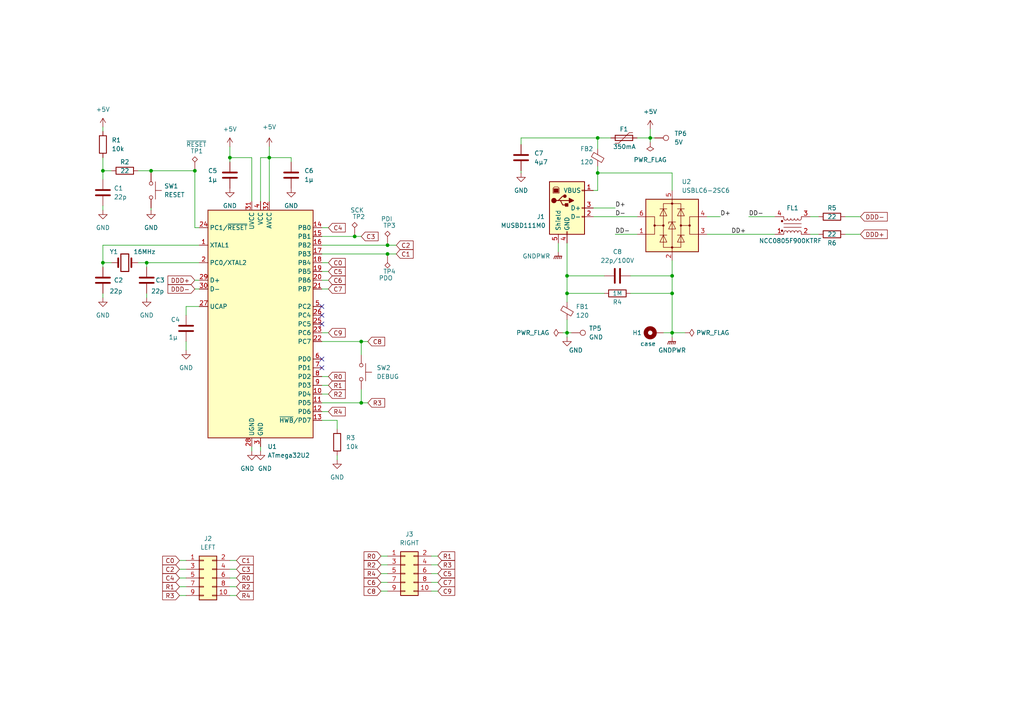
<source format=kicad_sch>
(kicad_sch (version 20211123) (generator eeschema)
  (paper "A4")
  (lib_symbols
    (symbol "Connector:TestPoint" (pin_numbers hide) (pin_names (offset 0.762) hide)
      (property "Reference" "TP" (at 0 6.858 0))
      (property "Value" "TestPoint" (at 0 5.08 0))
      (symbol "TestPoint_0_1"
        (circle (center 0 3.302) (radius 0.762))
      )
      (symbol "TestPoint_1_1"
        (pin passive line (at 0 0 90) (length 2.54) (name "1") (number "1"))
      )
    )
    (symbol "Connector:TestPoint_Alt" (pin_numbers hide) (pin_names (offset 0.762) hide)
      (property "Reference" "TP" (at 0 6.858 0))
      (property "Value" "TestPoint_Alt" (at 0 5.08 0))
      (symbol "TestPoint_Alt_0_1"
        (polyline (pts (xy 0 2.54) (xy -0.762 3.302) (xy 0 4.064) (xy 0.762 3.302) (xy 0 2.54)))
      )
      (symbol "TestPoint_Alt_1_1"
        (pin passive line (at 0 0 90) (length 2.54) (name "1") (number "1"))
      )
    )
    (symbol "Connector:USB_B" (pin_names (offset 1.016))
      (property "Reference" "J" (at -5.08 11.43 0))
      (property "Value" "USB_B" (at -5.08 8.89 0))
      (symbol "USB_B_0_1"
        (rectangle (start -5.08 -7.62) (end 5.08 7.62) (stroke (width 0.254)) (fill (type background)))
        (circle (center -3.81 2.159) (radius 0.635) (stroke (width 0.254)) (fill (type outline)))
        (rectangle (start -3.81 5.588) (end -2.54 4.572) (fill (type outline)))
        (circle (center -0.635 3.429) (radius 0.381) (stroke (width 0.254)) (fill (type outline)))
        (rectangle (start -0.127 -7.62) (end 0.127 -6.858))
        (polyline (pts (xy -1.905 2.159) (xy 0.635 2.159)) (stroke (width 0.254)))
        (polyline (pts (xy -3.175 2.159) (xy -2.54 2.159) (xy -1.27 3.429) (xy -0.635 3.429)) (stroke (width 0.254)))
        (polyline (pts (xy -2.54 2.159) (xy -1.905 2.159) (xy -1.27 0.889) (xy 0 0.889)) (stroke (width 0.254)))
        (polyline (pts (xy 0.635 2.794) (xy 0.635 1.524) (xy 1.905 2.159) (xy 0.635 2.794)) (stroke (width 0.254)) (fill (type outline)))
        (polyline (pts (xy -4.064 4.318) (xy -2.286 4.318) (xy -2.286 5.715) (xy -2.667 6.096) (xy -3.683 6.096) (xy -4.064 5.715) (xy -4.064 4.318)))
        (rectangle (start 0.254 1.27) (end -0.508 0.508) (stroke (width 0.254)) (fill (type outline)))
        (rectangle (start 5.08 -2.667) (end 4.318 -2.413))
        (rectangle (start 5.08 -0.127) (end 4.318 0.127))
        (rectangle (start 5.08 4.953) (end 4.318 5.207))
      )
      (symbol "USB_B_1_1"
        (pin power_out line (at 7.62 5.08 180) (length 2.54) (name "VBUS") (number "1"))
        (pin bidirectional line (at 7.62 -2.54 180) (length 2.54) (name "D-") (number "2"))
        (pin bidirectional line (at 7.62 0 180) (length 2.54) (name "D+") (number "3"))
        (pin power_out line (at 0 -10.16 90) (length 2.54) (name "GND") (number "4"))
        (pin passive line (at -2.54 -10.16 90) (length 2.54) (name "Shield") (number "5"))
      )
    )
    (symbol "Connector_Generic:Conn_02x05_Odd_Even" (pin_names (offset 1.016) hide)
      (property "Reference" "J" (at 1.27 7.62 0))
      (property "Value" "Conn_02x05_Odd_Even" (at 1.27 -7.62 0))
      (symbol "Conn_02x05_Odd_Even_1_1"
        (rectangle (start -1.27 -4.953) (end 0 -5.207) (stroke (width 0.1524)))
        (rectangle (start -1.27 -2.413) (end 0 -2.667) (stroke (width 0.1524)))
        (rectangle (start -1.27 0.127) (end 0 -0.127) (stroke (width 0.1524)))
        (rectangle (start -1.27 2.667) (end 0 2.413) (stroke (width 0.1524)))
        (rectangle (start -1.27 5.207) (end 0 4.953) (stroke (width 0.1524)))
        (rectangle (start -1.27 6.35) (end 3.81 -6.35) (stroke (width 0.254)) (fill (type background)))
        (rectangle (start 3.81 -4.953) (end 2.54 -5.207) (stroke (width 0.1524)))
        (rectangle (start 3.81 -2.413) (end 2.54 -2.667) (stroke (width 0.1524)))
        (rectangle (start 3.81 0.127) (end 2.54 -0.127) (stroke (width 0.1524)))
        (rectangle (start 3.81 2.667) (end 2.54 2.413) (stroke (width 0.1524)))
        (rectangle (start 3.81 5.207) (end 2.54 4.953) (stroke (width 0.1524)))
        (pin passive line (at -5.08 5.08 0) (length 3.81) (name "Pin_1") (number "1"))
        (pin passive line (at 7.62 -5.08 180) (length 3.81) (name "Pin_10") (number "10"))
        (pin passive line (at 7.62 5.08 180) (length 3.81) (name "Pin_2") (number "2"))
        (pin passive line (at -5.08 2.54 0) (length 3.81) (name "Pin_3") (number "3"))
        (pin passive line (at 7.62 2.54 180) (length 3.81) (name "Pin_4") (number "4"))
        (pin passive line (at -5.08 0 0) (length 3.81) (name "Pin_5") (number "5"))
        (pin passive line (at 7.62 0 180) (length 3.81) (name "Pin_6") (number "6"))
        (pin passive line (at -5.08 -2.54 0) (length 3.81) (name "Pin_7") (number "7"))
        (pin passive line (at 7.62 -2.54 180) (length 3.81) (name "Pin_8") (number "8"))
        (pin passive line (at -5.08 -5.08 0) (length 3.81) (name "Pin_9") (number "9"))
      )
    )
    (symbol "Device:C" (pin_numbers hide) (pin_names (offset 0.254))
      (property "Reference" "C" (at 0.635 2.54 0))
      (property "Value" "C" (at 0.635 -2.54 0))
      (symbol "C_0_1"
        (polyline (pts (xy -2.032 -0.762) (xy 2.032 -0.762)) (stroke (width 0.508)))
        (polyline (pts (xy -2.032 0.762) (xy 2.032 0.762)) (stroke (width 0.508)))
      )
      (symbol "C_1_1"
        (pin passive line (at 0 3.81 270) (length 2.794) (name "~") (number "1"))
        (pin passive line (at 0 -3.81 90) (length 2.794) (name "~") (number "2"))
      )
    )
    (symbol "Device:Crystal" (pin_numbers hide) (pin_names (offset 1.016) hide)
      (property "Reference" "Y" (at 0 3.81 0))
      (property "Value" "Crystal" (at 0 -3.81 0))
      (symbol "Crystal_0_1"
        (rectangle (start -1.143 2.54) (end 1.143 -2.54) (stroke (width 0.3048)))
        (polyline (pts (xy -2.54 0) (xy -1.905 0)))
        (polyline (pts (xy -1.905 -1.27) (xy -1.905 1.27)) (stroke (width 0.508)))
        (polyline (pts (xy 1.905 -1.27) (xy 1.905 1.27)) (stroke (width 0.508)))
        (polyline (pts (xy 2.54 0) (xy 1.905 0)))
      )
      (symbol "Crystal_1_1"
        (pin passive line (at -3.81 0 0) (length 1.27) (name "1") (number "1"))
        (pin passive line (at 3.81 0 180) (length 1.27) (name "2") (number "2"))
      )
    )
    (symbol "Device:FerriteBead_Small" (pin_numbers hide) (pin_names (offset 0))
      (property "Reference" "FB" (at 1.905 1.27 0))
      (property "Value" "FerriteBead_Small" (at 1.905 -1.27 0))
      (symbol "FerriteBead_Small_0_1"
        (polyline (pts (xy 0 -1.27) (xy 0 -0.7874)))
        (polyline (pts (xy 0 0.889) (xy 0 1.2954)))
        (polyline (pts (xy -1.8288 0.2794) (xy -1.1176 1.4986) (xy 1.8288 -0.2032) (xy 1.1176 -1.4224) (xy -1.8288 0.2794)))
      )
      (symbol "FerriteBead_Small_1_1"
        (pin passive line (at 0 2.54 270) (length 1.27) (name "~") (number "1"))
        (pin passive line (at 0 -2.54 90) (length 1.27) (name "~") (number "2"))
      )
    )
    (symbol "Device:Polyfuse" (pin_numbers hide) (pin_names (offset 0))
      (property "Reference" "F" (at -2.54 0 90))
      (property "Value" "Polyfuse" (at 2.54 0 90))
      (symbol "Polyfuse_0_1"
        (rectangle (start -0.762 2.54) (end 0.762 -2.54) (stroke (width 0.254)))
        (polyline (pts (xy 0 2.54) (xy 0 -2.54)))
        (polyline (pts (xy -1.524 2.54) (xy -1.524 1.524) (xy 1.524 -1.524) (xy 1.524 -2.54)))
      )
      (symbol "Polyfuse_1_1"
        (pin passive line (at 0 3.81 270) (length 1.27) (name "~") (number "1"))
        (pin passive line (at 0 -3.81 90) (length 1.27) (name "~") (number "2"))
      )
    )
    (symbol "Device:R" (pin_numbers hide) (pin_names (offset 0))
      (property "Reference" "R" (at 2.032 0 90))
      (property "Value" "R" (at 0 0 90))
      (symbol "R_0_1"
        (rectangle (start -1.016 -2.54) (end 1.016 2.54) (stroke (width 0.254)))
      )
      (symbol "R_1_1"
        (pin passive line (at 0 3.81 270) (length 1.27) (name "~") (number "1"))
        (pin passive line (at 0 -3.81 90) (length 1.27) (name "~") (number "2"))
      )
    )
    (symbol "MCU_Microchip_ATmega:ATmega32U2-A"
      (property "Reference" "U" (at -15.24 34.29 0))
      (property "Value" "ATmega32U2-A" (at 2.54 -34.29 0))
      (symbol "ATmega32U2-A_0_1"
        (rectangle (start -15.24 -33.02) (end 15.24 33.02) (stroke (width 0.254)) (fill (type background)))
      )
      (symbol "ATmega32U2-A_1_1"
        (pin input line (at -17.78 22.86 0) (length 2.54) (name "XTAL1") (number "1"))
        (pin bidirectional line (at 17.78 -20.32 180) (length 2.54) (name "PD4") (number "10"))
        (pin bidirectional line (at 17.78 -22.86 180) (length 2.54) (name "PD5") (number "11"))
        (pin bidirectional line (at 17.78 -25.4 180) (length 2.54) (name "PD6") (number "12"))
        (pin bidirectional line (at 17.78 -27.94 180) (length 2.54) (name "~{HWB}/PD7") (number "13"))
        (pin bidirectional line (at 17.78 27.94 180) (length 2.54) (name "PB0") (number "14"))
        (pin bidirectional line (at 17.78 25.4 180) (length 2.54) (name "PB1") (number "15"))
        (pin bidirectional line (at 17.78 22.86 180) (length 2.54) (name "PB2") (number "16"))
        (pin bidirectional line (at 17.78 20.32 180) (length 2.54) (name "PB3") (number "17"))
        (pin bidirectional line (at 17.78 17.78 180) (length 2.54) (name "PB4") (number "18"))
        (pin bidirectional line (at 17.78 15.24 180) (length 2.54) (name "PB5") (number "19"))
        (pin bidirectional line (at -17.78 17.78 0) (length 2.54) (name "PC0/XTAL2") (number "2"))
        (pin bidirectional line (at 17.78 12.7 180) (length 2.54) (name "PB6") (number "20"))
        (pin bidirectional line (at 17.78 10.16 180) (length 2.54) (name "PB7") (number "21"))
        (pin bidirectional line (at 17.78 -5.08 180) (length 2.54) (name "PC7") (number "22"))
        (pin bidirectional line (at 17.78 -2.54 180) (length 2.54) (name "PC6") (number "23"))
        (pin bidirectional line (at -17.78 27.94 0) (length 2.54) (name "PC1/~{RESET}") (number "24"))
        (pin bidirectional line (at 17.78 0 180) (length 2.54) (name "PC5") (number "25"))
        (pin bidirectional line (at 17.78 2.54 180) (length 2.54) (name "PC4") (number "26"))
        (pin passive line (at -17.78 5.08 0) (length 2.54) (name "UCAP") (number "27"))
        (pin power_in line (at -2.54 -35.56 90) (length 2.54) (name "UGND") (number "28"))
        (pin bidirectional line (at -17.78 12.7 0) (length 2.54) (name "D+") (number "29"))
        (pin power_in line (at 0 -35.56 90) (length 2.54) (name "GND") (number "3"))
        (pin bidirectional line (at -17.78 10.16 0) (length 2.54) (name "D-") (number "30"))
        (pin power_in line (at -2.54 35.56 270) (length 2.54) (name "UVCC") (number "31"))
        (pin power_in line (at 2.54 35.56 270) (length 2.54) (name "AVCC") (number "32"))
        (pin power_in line (at 0 35.56 270) (length 2.54) (name "VCC") (number "4"))
        (pin bidirectional line (at 17.78 5.08 180) (length 2.54) (name "PC2") (number "5"))
        (pin bidirectional line (at 17.78 -10.16 180) (length 2.54) (name "PD0") (number "6"))
        (pin bidirectional line (at 17.78 -12.7 180) (length 2.54) (name "PD1") (number "7"))
        (pin bidirectional line (at 17.78 -15.24 180) (length 2.54) (name "PD2") (number "8"))
        (pin bidirectional line (at 17.78 -17.78 180) (length 2.54) (name "PD3") (number "9"))
      )
    )
    (symbol "Mechanical:MountingHole_Pad" (pin_numbers hide) (pin_names (offset 1.016) hide)
      (property "Reference" "H" (at 0 6.35 0))
      (property "Value" "MountingHole_Pad" (at 0 4.445 0))
      (symbol "MountingHole_Pad_0_1"
        (circle (center 0 1.27) (radius 1.27) (stroke (width 1.27)))
      )
      (symbol "MountingHole_Pad_1_1"
        (pin input line (at 0 -2.54 90) (length 2.54) (name "1") (number "1"))
      )
    )
    (symbol "Power_Protection:USBLC6-2SC6" (pin_names hide)
      (property "Reference" "U" (at 2.54 8.89 0))
      (property "Value" "USBLC6-2SC6" (at 2.54 -8.89 0))
      (symbol "USBLC6-2SC6_0_1"
        (rectangle (start -7.62 -7.62) (end 7.62 7.62) (stroke (width 0.254)) (fill (type background)))
        (circle (center -5.08 0) (radius 0.254) (fill (type outline)))
        (circle (center -2.54 0) (radius 0.254) (fill (type outline)))
        (rectangle (start -2.54 6.35) (end 2.54 -6.35))
        (circle (center 0 -6.35) (radius 0.254) (fill (type outline)))
        (polyline (pts (xy -5.08 -2.54) (xy -7.62 -2.54)))
        (polyline (pts (xy -5.08 0) (xy -5.08 -2.54)))
        (polyline (pts (xy -5.08 2.54) (xy -7.62 2.54)))
        (polyline (pts (xy -1.524 -2.794) (xy -3.556 -2.794)))
        (polyline (pts (xy -1.524 4.826) (xy -3.556 4.826)))
        (polyline (pts (xy 0 -7.62) (xy 0 -6.35)))
        (polyline (pts (xy 0 -6.35) (xy 0 1.27)))
        (polyline (pts (xy 0 1.27) (xy 0 6.35)))
        (polyline (pts (xy 0 6.35) (xy 0 7.62)))
        (polyline (pts (xy 1.524 -2.794) (xy 3.556 -2.794)))
        (polyline (pts (xy 1.524 4.826) (xy 3.556 4.826)))
        (polyline (pts (xy 5.08 -2.54) (xy 7.62 -2.54)))
        (polyline (pts (xy 5.08 0) (xy 5.08 -2.54)))
        (polyline (pts (xy 5.08 2.54) (xy 7.62 2.54)))
        (polyline (pts (xy -2.54 0) (xy -5.08 0) (xy -5.08 2.54)))
        (polyline (pts (xy 2.54 0) (xy 5.08 0) (xy 5.08 2.54)))
        (polyline (pts (xy -3.556 -4.826) (xy -1.524 -4.826) (xy -2.54 -2.794) (xy -3.556 -4.826)))
        (polyline (pts (xy -3.556 2.794) (xy -1.524 2.794) (xy -2.54 4.826) (xy -3.556 2.794)))
        (polyline (pts (xy -1.016 -1.016) (xy 1.016 -1.016) (xy 0 1.016) (xy -1.016 -1.016)))
        (polyline (pts (xy 1.016 1.016) (xy 0.762 1.016) (xy -1.016 1.016) (xy -1.016 0.508)))
        (polyline (pts (xy 3.556 -4.826) (xy 1.524 -4.826) (xy 2.54 -2.794) (xy 3.556 -4.826)))
        (polyline (pts (xy 3.556 2.794) (xy 1.524 2.794) (xy 2.54 4.826) (xy 3.556 2.794)))
        (circle (center 0 6.35) (radius 0.254) (fill (type outline)))
        (circle (center 2.54 0) (radius 0.254) (fill (type outline)))
        (circle (center 5.08 0) (radius 0.254) (fill (type outline)))
      )
      (symbol "USBLC6-2SC6_1_1"
        (pin passive line (at -10.16 -2.54 0) (length 2.54) (name "I/O1") (number "1"))
        (pin passive line (at 0 -10.16 90) (length 2.54) (name "GND") (number "2"))
        (pin passive line (at 10.16 -2.54 180) (length 2.54) (name "I/O2") (number "3"))
        (pin passive line (at 10.16 2.54 180) (length 2.54) (name "I/O2") (number "4"))
        (pin passive line (at 0 10.16 270) (length 2.54) (name "VBUS") (number "5"))
        (pin passive line (at -10.16 2.54 0) (length 2.54) (name "I/O1") (number "6"))
      )
    )
    (symbol "Switch:SW_Push" (pin_numbers hide) (pin_names (offset 1.016) hide)
      (property "Reference" "SW" (at 1.27 2.54 0))
      (property "Value" "SW_Push" (at 0 -1.524 0))
      (symbol "SW_Push_0_1"
        (circle (center -2.032 0) (radius 0.508))
        (polyline (pts (xy 0 1.27) (xy 0 3.048)))
        (polyline (pts (xy 2.54 1.27) (xy -2.54 1.27)))
        (circle (center 2.032 0) (radius 0.508))
        (pin passive line (at -5.08 0 0) (length 2.54) (name "1") (number "1"))
        (pin passive line (at 5.08 0 180) (length 2.54) (name "2") (number "2"))
      )
    )
    (symbol "mech-kbd:Filter_EMI_CommonMode" (pin_names (offset 0.254) hide)
      (property "Reference" "FL" (at 0 4.445 0))
      (property "Value" "Filter_EMI_CommonMode" (at 0 -4.445 0))
      (symbol "Filter_EMI_CommonMode_0_1"
        (circle (center -3.048 -1.27) (radius 0.254) (fill (type outline)))
        (circle (center -3.048 1.524) (radius 0.254) (fill (type outline)))
        (arc (start -2.54 2.032) (mid -2.032 1.524) (end -1.524 2.032))
        (arc (start -1.524 -2.032) (mid -2.032 -1.524) (end -2.54 -2.032))
        (arc (start -1.524 2.032) (mid -1.016 1.524) (end -0.508 2.032))
        (arc (start -0.508 -2.032) (mid -1.016 -1.524) (end -1.524 -2.032))
        (arc (start -0.508 2.032) (mid 0 1.524) (end 0.508 2.032))
        (polyline (pts (xy -2.54 -2.032) (xy -2.54 -2.54)))
        (polyline (pts (xy -2.54 0.508) (xy 2.54 0.508)))
        (polyline (pts (xy -2.54 2.032) (xy -2.54 2.54)))
        (polyline (pts (xy 2.54 -2.032) (xy 2.54 -2.54)))
        (polyline (pts (xy 2.54 -0.508) (xy -2.54 -0.508)))
        (polyline (pts (xy 2.54 2.54) (xy 2.54 2.032)))
        (arc (start 0.508 -2.032) (mid 0 -1.524) (end -0.508 -2.032))
        (arc (start 0.508 2.032) (mid 1.016 1.524) (end 1.524 2.032))
        (arc (start 1.524 -2.032) (mid 1.016 -1.524) (end 0.508 -2.032))
        (arc (start 1.524 2.032) (mid 2.032 1.524) (end 2.54 2.032))
        (arc (start 2.54 -2.032) (mid 2.032 -1.524) (end 1.524 -2.032))
      )
      (symbol "Filter_EMI_CommonMode_1_1"
        (pin passive line (at -5.08 2.54 0) (length 2.54) (name "1") (number "1"))
        (pin passive line (at 5.08 2.54 180) (length 2.54) (name "2") (number "2"))
        (pin passive line (at 5.08 -2.54 180) (length 2.54) (name "3") (number "3"))
        (pin passive line (at -5.08 -2.54 0) (length 2.54) (name "4") (number "4"))
      )
    )
    (symbol "power:+5V" (power) (pin_names (offset 0))
      (property "Value" "+5V" (at 0 3.556 0))
      (symbol "+5V_0_1"
        (polyline (pts (xy -0.762 1.27) (xy 0 2.54)))
        (polyline (pts (xy 0 0) (xy 0 2.54)))
        (polyline (pts (xy 0 2.54) (xy 0.762 1.27)))
      )
      (symbol "+5V_1_1"
        (pin power_in line (at 0 0 90) (length 0) hide (name "+5V") (number "1"))
      )
    )
    (symbol "power:GND" (power) (pin_names (offset 0))
      (property "Value" "GND" (at 0 -3.81 0))
      (symbol "GND_0_1"
        (polyline (pts (xy 0 0) (xy 0 -1.27) (xy 1.27 -1.27) (xy 0 -2.54) (xy -1.27 -1.27) (xy 0 -1.27)))
      )
      (symbol "GND_1_1"
        (pin power_in line (at 0 0 270) (length 0) hide (name "GND") (number "1"))
      )
    )
    (symbol "power:GNDPWR" (power) (pin_names (offset 0))
      (property "Value" "GNDPWR" (at 0 -3.302 0))
      (symbol "GNDPWR_0_1"
        (polyline (pts (xy 0 -1.27) (xy 0 0)))
        (polyline (pts (xy -1.016 -1.27) (xy -1.27 -2.032) (xy -1.27 -2.032)) (stroke (width 0.2032)))
        (polyline (pts (xy -0.508 -1.27) (xy -0.762 -2.032) (xy -0.762 -2.032)) (stroke (width 0.2032)))
        (polyline (pts (xy 0 -1.27) (xy -0.254 -2.032) (xy -0.254 -2.032)) (stroke (width 0.2032)))
        (polyline (pts (xy 0.508 -1.27) (xy 0.254 -2.032) (xy 0.254 -2.032)) (stroke (width 0.2032)))
        (polyline (pts (xy 1.016 -1.27) (xy -1.016 -1.27) (xy -1.016 -1.27)) (stroke (width 0.2032)))
        (polyline (pts (xy 1.016 -1.27) (xy 0.762 -2.032) (xy 0.762 -2.032) (xy 0.762 -2.032)) (stroke (width 0.2032)))
      )
      (symbol "GNDPWR_1_1"
        (pin power_in line (at 0 0 270) (length 0) hide (name "GNDPWR") (number "1"))
      )
    )
    (symbol "power:PWR_FLAG" (power) (pin_numbers hide) (pin_names (offset 0) hide)
      (property "Value" "PWR_FLAG" (at 0 3.81 0))
      (symbol "PWR_FLAG_0_0"
        (pin power_out line (at 0 0 90) (length 0) (name "pwr") (number "1"))
      )
      (symbol "PWR_FLAG_0_1"
        (polyline (pts (xy 0 0) (xy 0 1.27) (xy -1.016 1.905) (xy 0 2.54) (xy 1.016 1.905) (xy 0 1.27)))
      )
    )
  )
  (junction (at 104.775 99.06))
  (junction (at 66.675 45.72))
  (junction (at 29.845 49.53))
  (junction (at 112.395 73.66))
  (junction (at 56.515 49.53))
  (junction (at 194.945 96.52))
  (junction (at 164.465 85.09))
  (junction (at 43.815 49.53))
  (junction (at 112.395 71.12))
  (junction (at 29.845 76.2))
  (junction (at 104.775 116.84))
  (junction (at 188.595 40.005))
  (junction (at 173.355 40.005))
  (junction (at 42.545 76.2))
  (junction (at 194.945 80.01))
  (junction (at 173.355 50.165))
  (junction (at 78.105 45.72))
  (junction (at 194.945 85.09))
  (junction (at 164.465 96.52))
  (junction (at 102.87 68.58))
  (junction (at 164.465 80.01))
  (no_connect (at 93.345 104.14))
  (no_connect (at 93.345 106.68))
  (no_connect (at 93.345 88.9))
  (no_connect (at 93.345 93.98))
  (no_connect (at 93.345 91.44))
  (wire (pts (xy 53.975 91.44) (xy 53.975 88.9)))
  (wire (pts (xy 110.49 161.29) (xy 112.395 161.29)))
  (wire (pts (xy 93.345 68.58) (xy 102.87 68.58)))
  (wire (pts (xy 66.675 167.64) (xy 68.58 167.64)))
  (wire (pts (xy 56.515 83.82) (xy 57.785 83.82)))
  (wire (pts (xy 173.355 55.245) (xy 173.355 50.165)))
  (wire (pts (xy 73.025 45.72) (xy 73.025 58.42)))
  (wire (pts (xy 66.675 42.545) (xy 66.675 45.72)))
  (wire (pts (xy 93.345 81.28) (xy 95.25 81.28)))
  (wire (pts (xy 52.07 172.72) (xy 53.975 172.72)))
  (wire (pts (xy 164.465 92.71) (xy 164.465 96.52)))
  (wire (pts (xy 52.07 167.64) (xy 53.975 167.64)))
  (wire (pts (xy 104.775 113.03) (xy 104.775 116.84)))
  (wire (pts (xy 151.13 40.005) (xy 151.13 41.91)))
  (wire (pts (xy 93.345 114.3) (xy 95.25 114.3)))
  (wire (pts (xy 78.105 42.545) (xy 78.105 45.72)))
  (wire (pts (xy 110.49 168.91) (xy 112.395 168.91)))
  (wire (pts (xy 40.005 49.53) (xy 43.815 49.53)))
  (wire (pts (xy 189.865 40.005) (xy 188.595 40.005)))
  (wire (pts (xy 43.815 49.53) (xy 56.515 49.53)))
  (wire (pts (xy 217.17 62.865) (xy 224.79 62.865)))
  (wire (pts (xy 182.88 85.09) (xy 194.945 85.09)))
  (wire (pts (xy 104.775 99.06) (xy 106.68 99.06)))
  (wire (pts (xy 110.49 166.37) (xy 112.395 166.37)))
  (wire (pts (xy 93.345 111.76) (xy 95.25 111.76)))
  (wire (pts (xy 125.095 168.91) (xy 127 168.91)))
  (wire (pts (xy 66.675 165.1) (xy 68.58 165.1)))
  (wire (pts (xy 125.095 166.37) (xy 127 166.37)))
  (wire (pts (xy 164.465 80.01) (xy 175.26 80.01)))
  (wire (pts (xy 173.355 48.26) (xy 173.355 50.165)))
  (wire (pts (xy 52.07 162.56) (xy 53.975 162.56)))
  (wire (pts (xy 112.395 71.12) (xy 114.935 71.12)))
  (wire (pts (xy 110.49 163.83) (xy 112.395 163.83)))
  (wire (pts (xy 66.675 170.18) (xy 68.58 170.18)))
  (wire (pts (xy 97.79 121.92) (xy 97.79 124.46)))
  (wire (pts (xy 164.465 96.52) (xy 165.735 96.52)))
  (wire (pts (xy 194.945 96.52) (xy 194.945 97.79)))
  (wire (pts (xy 112.395 73.66) (xy 114.935 73.66)))
  (wire (pts (xy 56.515 81.28) (xy 57.785 81.28)))
  (wire (pts (xy 29.845 59.69) (xy 29.845 60.96)))
  (wire (pts (xy 172.085 55.245) (xy 173.355 55.245)))
  (wire (pts (xy 75.565 129.54) (xy 75.565 130.81)))
  (wire (pts (xy 93.345 66.04) (xy 95.25 66.04)))
  (wire (pts (xy 93.345 121.92) (xy 97.79 121.92)))
  (wire (pts (xy 234.95 67.945) (xy 237.49 67.945)))
  (wire (pts (xy 245.11 67.945) (xy 249.555 67.945)))
  (wire (pts (xy 245.11 62.865) (xy 249.555 62.865)))
  (wire (pts (xy 104.775 116.84) (xy 106.68 116.84)))
  (wire (pts (xy 93.345 119.38) (xy 95.25 119.38)))
  (wire (pts (xy 32.385 76.2) (xy 29.845 76.2)))
  (wire (pts (xy 52.07 165.1) (xy 53.975 165.1)))
  (wire (pts (xy 164.465 80.01) (xy 164.465 85.09)))
  (wire (pts (xy 234.95 62.865) (xy 237.49 62.865)))
  (wire (pts (xy 66.675 45.72) (xy 73.025 45.72)))
  (wire (pts (xy 73.025 129.54) (xy 73.025 130.81)))
  (wire (pts (xy 97.79 132.08) (xy 97.79 133.35)))
  (wire (pts (xy 205.105 62.865) (xy 208.915 62.865)))
  (wire (pts (xy 29.845 49.53) (xy 32.385 49.53)))
  (wire (pts (xy 93.345 83.82) (xy 95.25 83.82)))
  (wire (pts (xy 78.105 45.72) (xy 84.455 45.72)))
  (wire (pts (xy 29.845 49.53) (xy 29.845 52.07)))
  (wire (pts (xy 66.675 46.99) (xy 66.675 45.72)))
  (wire (pts (xy 56.515 49.53) (xy 56.515 66.04)))
  (wire (pts (xy 29.845 36.83) (xy 29.845 38.1)))
  (wire (pts (xy 194.945 75.565) (xy 194.945 80.01)))
  (wire (pts (xy 151.13 49.53) (xy 151.13 50.165)))
  (wire (pts (xy 192.405 96.52) (xy 194.945 96.52)))
  (wire (pts (xy 78.105 45.72) (xy 78.105 58.42)))
  (wire (pts (xy 93.345 99.06) (xy 104.775 99.06)))
  (wire (pts (xy 173.355 50.165) (xy 194.945 50.165)))
  (wire (pts (xy 173.355 40.005) (xy 177.165 40.005)))
  (wire (pts (xy 125.095 163.83) (xy 127 163.83)))
  (wire (pts (xy 104.775 99.06) (xy 104.775 102.87)))
  (wire (pts (xy 84.455 45.72) (xy 84.455 46.99)))
  (wire (pts (xy 29.845 71.12) (xy 29.845 76.2)))
  (wire (pts (xy 110.49 171.45) (xy 112.395 171.45)))
  (wire (pts (xy 42.545 77.47) (xy 42.545 76.2)))
  (wire (pts (xy 194.945 50.165) (xy 194.945 55.245)))
  (wire (pts (xy 172.085 62.865) (xy 184.785 62.865)))
  (wire (pts (xy 66.675 172.72) (xy 68.58 172.72)))
  (wire (pts (xy 93.345 109.22) (xy 95.25 109.22)))
  (wire (pts (xy 188.595 40.005) (xy 188.595 41.275)))
  (wire (pts (xy 29.845 45.72) (xy 29.845 49.53)))
  (wire (pts (xy 42.545 76.2) (xy 57.785 76.2)))
  (wire (pts (xy 56.515 66.04) (xy 57.785 66.04)))
  (wire (pts (xy 93.345 96.52) (xy 95.25 96.52)))
  (wire (pts (xy 182.88 80.01) (xy 194.945 80.01)))
  (wire (pts (xy 194.945 85.09) (xy 194.945 96.52)))
  (wire (pts (xy 102.87 68.58) (xy 104.775 68.58)))
  (wire (pts (xy 93.345 78.74) (xy 95.25 78.74)))
  (wire (pts (xy 42.545 86.36) (xy 42.545 85.09)))
  (wire (pts (xy 93.345 71.12) (xy 112.395 71.12)))
  (wire (pts (xy 163.195 96.52) (xy 164.465 96.52)))
  (wire (pts (xy 164.465 85.09) (xy 175.26 85.09)))
  (wire (pts (xy 194.945 96.52) (xy 198.755 96.52)))
  (wire (pts (xy 43.815 50.165) (xy 43.815 49.53)))
  (wire (pts (xy 173.355 43.18) (xy 173.355 40.005)))
  (wire (pts (xy 75.565 58.42) (xy 75.565 45.72)))
  (wire (pts (xy 53.975 88.9) (xy 57.785 88.9)))
  (wire (pts (xy 93.345 73.66) (xy 112.395 73.66)))
  (wire (pts (xy 93.345 76.2) (xy 95.25 76.2)))
  (wire (pts (xy 29.845 76.2) (xy 29.845 77.47)))
  (wire (pts (xy 188.595 37.465) (xy 188.595 40.005)))
  (wire (pts (xy 57.785 71.12) (xy 29.845 71.12)))
  (wire (pts (xy 164.465 96.52) (xy 164.465 97.79)))
  (wire (pts (xy 205.105 67.945) (xy 224.79 67.945)))
  (wire (pts (xy 161.925 70.485) (xy 161.925 73.025)))
  (wire (pts (xy 75.565 45.72) (xy 78.105 45.72)))
  (wire (pts (xy 164.465 70.485) (xy 164.465 80.01)))
  (wire (pts (xy 42.545 76.2) (xy 40.005 76.2)))
  (wire (pts (xy 172.085 60.325) (xy 178.435 60.325)))
  (wire (pts (xy 29.845 85.09) (xy 29.845 86.36)))
  (wire (pts (xy 53.975 99.06) (xy 53.975 101.6)))
  (wire (pts (xy 194.945 80.01) (xy 194.945 85.09)))
  (wire (pts (xy 66.675 162.56) (xy 68.58 162.56)))
  (wire (pts (xy 125.095 171.45) (xy 127 171.45)))
  (wire (pts (xy 188.595 40.005) (xy 184.785 40.005)))
  (wire (pts (xy 125.095 161.29) (xy 127 161.29)))
  (wire (pts (xy 178.435 67.945) (xy 184.785 67.945)))
  (wire (pts (xy 164.465 85.09) (xy 164.465 87.63)))
  (wire (pts (xy 52.07 170.18) (xy 53.975 170.18)))
  (wire (pts (xy 151.13 40.005) (xy 173.355 40.005)))
  (wire (pts (xy 93.345 116.84) (xy 104.775 116.84)))
  (wire (pts (xy 43.815 60.96) (xy 43.815 60.325)))
  (label "DD-" (at 217.17 62.865 0))
  (label "D-" (at 178.435 62.865 0))
  (label "D+" (at 178.435 60.325 0))
  (label "DD-" (at 178.435 67.945 0))
  (label "DD+" (at 212.09 67.945 0))
  (label "D+" (at 208.915 62.865 0))
  (global_label "C7" (shape input) (at 95.25 83.82 0) (property "Intersheet References" "${INTERSHEET_REFS}" (effects hide)))
  (global_label "R3" (shape input) (at 52.07 172.72 180) (property "Intersheet References" "${INTERSHEET_REFS}" (effects hide)))
  (global_label "R2" (shape input) (at 68.58 170.18 0) (property "Intersheet References" "${INTERSHEET_REFS}" (effects hide)))
  (global_label "R4" (shape input) (at 68.58 172.72 0) (property "Intersheet References" "${INTERSHEET_REFS}" (effects hide)))
  (global_label "C8" (shape input) (at 106.68 99.06 0) (property "Intersheet References" "${INTERSHEET_REFS}" (effects hide)))
  (global_label "R0" (shape input) (at 68.58 167.64 0) (property "Intersheet References" "${INTERSHEET_REFS}" (effects hide)))
  (global_label "C6" (shape input) (at 95.25 81.28 0) (property "Intersheet References" "${INTERSHEET_REFS}" (effects hide)))
  (global_label "DDD+" (shape input) (at 56.515 81.28 180) (property "Intersheet References" "${INTERSHEET_REFS}" (effects hide)))
  (global_label "R3" (shape input) (at 106.68 116.84 0) (property "Intersheet References" "${INTERSHEET_REFS}" (effects hide)))
  (global_label "C5" (shape input) (at 127 166.37 0) (property "Intersheet References" "${INTERSHEET_REFS}" (effects hide)))
  (global_label "C8" (shape input) (at 110.49 171.45 180) (property "Intersheet References" "${INTERSHEET_REFS}" (effects hide)))
  (global_label "DDD-" (shape input) (at 56.515 83.82 180) (property "Intersheet References" "${INTERSHEET_REFS}" (effects hide)))
  (global_label "C5" (shape input) (at 95.25 78.74 0) (property "Intersheet References" "${INTERSHEET_REFS}" (effects hide)))
  (global_label "R4" (shape input) (at 95.25 119.38 0) (property "Intersheet References" "${INTERSHEET_REFS}" (effects hide)))
  (global_label "C1" (shape input) (at 68.58 162.56 0) (property "Intersheet References" "${INTERSHEET_REFS}" (effects hide)))
  (global_label "R3" (shape input) (at 127 163.83 0) (property "Intersheet References" "${INTERSHEET_REFS}" (effects hide)))
  (global_label "R1" (shape input) (at 127 161.29 0) (property "Intersheet References" "${INTERSHEET_REFS}" (effects hide)))
  (global_label "C0" (shape input) (at 52.07 162.56 180) (property "Intersheet References" "${INTERSHEET_REFS}" (effects hide)))
  (global_label "C6" (shape input) (at 110.49 168.91 180) (property "Intersheet References" "${INTERSHEET_REFS}" (effects hide)))
  (global_label "R0" (shape input) (at 95.25 109.22 0) (property "Intersheet References" "${INTERSHEET_REFS}" (effects hide)))
  (global_label "R4" (shape input) (at 110.49 166.37 180) (property "Intersheet References" "${INTERSHEET_REFS}" (effects hide)))
  (global_label "C4" (shape input) (at 52.07 167.64 180) (property "Intersheet References" "${INTERSHEET_REFS}" (effects hide)))
  (global_label "C3" (shape input) (at 104.775 68.58 0) (property "Intersheet References" "${INTERSHEET_REFS}" (effects hide)))
  (global_label "R1" (shape input) (at 95.25 111.76 0) (property "Intersheet References" "${INTERSHEET_REFS}" (effects hide)))
  (global_label "C3" (shape input) (at 68.58 165.1 0) (property "Intersheet References" "${INTERSHEET_REFS}" (effects hide)))
  (global_label "C9" (shape input) (at 127 171.45 0) (property "Intersheet References" "${INTERSHEET_REFS}" (effects hide)))
  (global_label "R0" (shape input) (at 110.49 161.29 180) (property "Intersheet References" "${INTERSHEET_REFS}" (effects hide)))
  (global_label "C9" (shape input) (at 95.25 96.52 0) (property "Intersheet References" "${INTERSHEET_REFS}" (effects hide)))
  (global_label "C4" (shape input) (at 95.25 66.04 0) (property "Intersheet References" "${INTERSHEET_REFS}" (effects hide)))
  (global_label "R1" (shape input) (at 52.07 170.18 180) (property "Intersheet References" "${INTERSHEET_REFS}" (effects hide)))
  (global_label "C7" (shape input) (at 127 168.91 0) (property "Intersheet References" "${INTERSHEET_REFS}" (effects hide)))
  (global_label "C2" (shape input) (at 114.935 71.12 0) (property "Intersheet References" "${INTERSHEET_REFS}" (effects hide)))
  (global_label "DDD+" (shape input) (at 249.555 67.945 0) (property "Intersheet References" "${INTERSHEET_REFS}" (effects hide)))
  (global_label "C1" (shape input) (at 114.935 73.66 0) (property "Intersheet References" "${INTERSHEET_REFS}" (effects hide)))
  (global_label "C2" (shape input) (at 52.07 165.1 180) (property "Intersheet References" "${INTERSHEET_REFS}" (effects hide)))
  (global_label "C0" (shape input) (at 95.25 76.2 0) (property "Intersheet References" "${INTERSHEET_REFS}" (effects hide)))
  (global_label "DDD-" (shape input) (at 249.555 62.865 0) (property "Intersheet References" "${INTERSHEET_REFS}" (effects hide)))
  (global_label "R2" (shape input) (at 95.25 114.3 0) (property "Intersheet References" "${INTERSHEET_REFS}" (effects hide)))
  (global_label "R2" (shape input) (at 110.49 163.83 180) (property "Intersheet References" "${INTERSHEET_REFS}" (effects hide)))
  (symbol (lib_id "Device:C") (at 179.07 80.01 270) (unit 1)
    (property "Reference" "C8" (at 179.07 73.025 90))
    (property "Value" "22p/100V" (at 179.07 75.565 90))
    (property "Footprint" "Capacitor_SMD:C_0805_2012Metric_Pad1.18x1.45mm_HandSolder" (effects hide))
  )
  (symbol (lib_id "Connector:TestPoint_Alt") (at 56.515 49.53 0) (unit 1)
    (property "Reference" "TP1" (at 55.245 43.815 0) (effects (justify left)))
    (property "Value" "~{RESET}" (at 53.975 41.91 0) (effects (justify left)))
    (property "Footprint" "TestPoint:TestPoint_Pad_1.0x1.0mm" (effects hide))
  )
  (symbol (lib_id "Connector:TestPoint") (at 189.865 40.005 270) (unit 1)
    (property "Reference" "TP6" (at 195.58 38.7349 90) (effects (justify left)))
    (property "Value" "5V" (at 195.58 41.2749 90) (effects (justify left)))
    (property "Footprint" "TestPoint:TestPoint_Pad_1.0x1.0mm" (effects hide))
  )
  (symbol (lib_id "power:GND") (at 29.845 60.96 0) (unit 1)
    (property "Reference" "#PWR02" (effects hide))
    (property "Value" "GND" (at 29.845 66.04 0))
  )
  (symbol (lib_id "power:GND") (at 97.79 133.35 0) (unit 1)
    (property "Reference" "#PWR013" (effects hide))
    (property "Value" "GND" (at 97.79 138.43 0))
  )
  (symbol (lib_id "MCU_Microchip_ATmega:ATmega32U2-A") (at 75.565 93.98 0) (unit 1)
    (property "Reference" "U1" (at 77.5844 129.54 0) (effects (justify left)))
    (property "Value" "ATmega32U2" (at 77.5844 132.08 0) (effects (justify left)))
    (property "Footprint" "Package_QFP:TQFP-32_7x7mm_P0.8mm" (effects hide))
    (property "Datasheet" "http://ww1.microchip.com/downloads/en/DeviceDoc/doc7799.pdf" (effects hide))
  )
  (symbol (lib_id "Device:C") (at 42.545 81.28 0) (unit 1)
    (property "Reference" "C3" (at 45.085 81.28 0) (effects (justify left)))
    (property "Value" "22p" (at 43.815 84.455 0) (effects (justify left)))
    (property "Footprint" "Capacitor_SMD:C_0805_2012Metric_Pad1.18x1.45mm_HandSolder" (effects hide))
  )
  (symbol (lib_id "Device:R") (at 179.07 85.09 90) (unit 1)
    (property "Reference" "R4" (at 179.07 87.63 90))
    (property "Value" "1M" (at 179.07 85.09 90))
    (property "Footprint" "Resistor_SMD:R_0805_2012Metric_Pad1.20x1.40mm_HandSolder" (effects hide))
  )
  (symbol (lib_id "Device:Polyfuse") (at 180.975 40.005 90) (unit 1)
    (property "Reference" "F1" (at 179.705 37.465 90) (effects (justify right)))
    (property "Value" "350mA" (at 177.8 42.545 90) (effects (justify right)))
    (property "Footprint" "Resistor_SMD:R_1210_3225Metric_Pad1.30x2.65mm_HandSolder" (effects hide))
  )
  (symbol (lib_id "power:GND") (at 84.455 54.61 0) (unit 1)
    (property "Reference" "#PWR012" (effects hide))
    (property "Value" "GND" (at 84.455 59.69 0))
  )
  (symbol (lib_id "Device:C") (at 29.845 81.28 0) (unit 1)
    (property "Reference" "C2" (at 33.02 81.28 0) (effects (justify left)))
    (property "Value" "22p" (at 31.75 84.455 0) (effects (justify left)))
    (property "Footprint" "Capacitor_SMD:C_0805_2012Metric_Pad1.18x1.45mm_HandSolder" (effects hide))
  )
  (symbol (lib_id "power:GND") (at 29.845 86.36 0) (unit 1)
    (property "Reference" "#PWR03" (effects hide))
    (property "Value" "GND" (at 29.845 91.44 0))
  )
  (symbol (lib_id "Device:R") (at 36.195 49.53 90) (unit 1)
    (property "Reference" "R2" (at 36.195 46.99 90))
    (property "Value" "22" (at 36.195 49.53 90))
    (property "Footprint" "Resistor_SMD:R_0805_2012Metric_Pad1.20x1.40mm_HandSolder" (effects hide))
  )
  (symbol (lib_id "power:PWR_FLAG") (at 163.195 96.52 90) (unit 1)
    (property "Reference" "#FLG01" (effects hide))
    (property "Value" "PWR_FLAG" (at 159.385 96.5199 90) (effects (justify left)))
  )
  (symbol (lib_id "Device:FerriteBead_Small") (at 164.465 90.17 180) (unit 1)
    (property "Reference" "FB1" (at 167.005 88.938 0) (effects (justify right)))
    (property "Value" "120" (at 167.005 91.478 0) (effects (justify right)))
    (property "Footprint" "Resistor_SMD:R_0805_2012Metric_Pad1.20x1.40mm_HandSolder" (effects hide))
  )
  (symbol (lib_id "power:GNDPWR") (at 161.925 73.025 0) (unit 1)
    (property "Reference" "#PWR015" (effects hide))
    (property "Value" "GNDPWR" (at 155.575 74.295 0))
  )
  (symbol (lib_id "Device:R") (at 241.3 67.945 90) (unit 1)
    (property "Reference" "R6" (at 241.3 70.485 90))
    (property "Value" "22" (at 241.3 67.945 90))
    (property "Footprint" "Resistor_SMD:R_0805_2012Metric_Pad1.20x1.40mm_HandSolder" (effects hide))
  )
  (symbol (lib_id "power:GND") (at 53.975 101.6 0) (unit 1)
    (property "Reference" "#PWR06" (effects hide))
    (property "Value" "GND" (at 53.975 106.68 0))
  )
  (symbol (lib_id "Switch:SW_Push") (at 43.815 55.245 270) (unit 1)
    (property "Reference" "SW1" (at 47.625 53.9749 90) (effects (justify left)))
    (property "Value" "RESET" (at 47.625 56.5149 90) (effects (justify left)))
    (property "Footprint" "Button_Switch_SMD:SW_SPST_EVQQ2" (effects hide))
  )
  (symbol (lib_id "power:+5V") (at 188.595 37.465 0) (unit 1)
    (property "Reference" "#PWR017" (effects hide))
    (property "Value" "+5V" (at 188.595 32.385 0))
  )
  (symbol (lib_id "Device:Crystal") (at 36.195 76.2 0) (unit 1)
    (property "Reference" "Y1" (at 33.02 73.025 0))
    (property "Value" "16MHz" (at 41.91 73.025 0))
    (property "Footprint" "Crystal:Crystal_SMD_HC49-SD" (effects hide))
  )
  (symbol (lib_id "power:+5V") (at 66.675 42.545 0) (unit 1)
    (property "Reference" "#PWR07" (effects hide))
    (property "Value" "+5V" (at 66.675 37.465 0))
  )
  (symbol (lib_id "power:GND") (at 164.465 97.79 0) (unit 1)
    (property "Reference" "#PWR016" (effects hide))
    (property "Value" "GND" (at 167.005 101.6 0))
  )
  (symbol (lib_id "power:+5V") (at 78.105 42.545 0) (unit 1)
    (property "Reference" "#PWR011" (effects hide))
    (property "Value" "+5V" (at 78.105 36.83 0))
  )
  (symbol (lib_id "power:GND") (at 151.13 50.165 0) (unit 1)
    (property "Reference" "#PWR014" (effects hide))
    (property "Value" "GND" (at 151.13 55.245 0))
  )
  (symbol (lib_id "Connector:TestPoint_Alt") (at 112.395 71.12 0) (unit 1)
    (property "Reference" "TP3" (at 111.125 65.405 0) (effects (justify left)))
    (property "Value" "PDI" (at 110.49 63.5 0) (effects (justify left)))
    (property "Footprint" "TestPoint:TestPoint_Pad_1.0x1.0mm" (effects hide))
  )
  (symbol (lib_id "power:GND") (at 42.545 86.36 0) (unit 1)
    (property "Reference" "#PWR04" (effects hide))
    (property "Value" "GND" (at 42.545 91.44 0))
  )
  (symbol (lib_id "power:+5V") (at 29.845 36.83 0) (unit 1)
    (property "Reference" "#PWR01" (effects hide))
    (property "Value" "+5V" (at 29.845 31.75 0))
  )
  (symbol (lib_id "Connector:TestPoint_Alt") (at 102.87 68.58 0) (unit 1)
    (property "Reference" "TP2" (at 102.235 62.865 0) (effects (justify left)))
    (property "Value" "SCK" (at 101.6 60.96 0) (effects (justify left)))
    (property "Footprint" "TestPoint:TestPoint_Pad_1.0x1.0mm" (effects hide))
  )
  (symbol (lib_id "mech-kbd:Filter_EMI_CommonMode") (at 229.87 65.405 0) (mirror x) (unit 1)
    (property "Reference" "FL1" (at 229.87 60.325 0))
    (property "Value" "NCC0805F900KTRF" (at 229.235 69.85 0))
    (property "Footprint" "Inductor_SMD:L_CommonModeChoke_Coilcraft_0805USB" (effects hide))
  )
  (symbol (lib_id "Device:C") (at 151.13 45.72 0) (unit 1)
    (property "Reference" "C7" (at 154.94 44.4499 0) (effects (justify left)))
    (property "Value" "4µ7" (at 154.94 46.9899 0) (effects (justify left)))
    (property "Footprint" "Capacitor_SMD:C_0805_2012Metric_Pad1.18x1.45mm_HandSolder" (effects hide))
  )
  (symbol (lib_id "Mechanical:MountingHole_Pad") (at 189.865 96.52 90) (unit 1)
    (property "Reference" "H1" (at 184.785 96.52 90))
    (property "Value" "case" (at 187.96 99.695 90))
    (property "Footprint" "MountingHole:MountingHole_3.2mm_M3_DIN965_Pad" (effects hide))
  )
  (symbol (lib_id "Connector:USB_B") (at 164.465 60.325 0) (unit 1)
    (property "Reference" "J1" (at 156.845 62.865 0))
    (property "Value" "MUSBD111M0" (at 151.765 65.405 0))
    (property "Footprint" "mech-kbd:AMPHENOL_MUSBD111M0" (effects hide))
    (property "Datasheet" " ~" (effects hide))
  )
  (symbol (lib_id "power:GND") (at 73.025 130.81 0) (unit 1)
    (property "Reference" "#PWR09" (effects hide))
    (property "Value" "GND" (at 71.755 135.89 0))
  )
  (symbol (lib_id "Device:C") (at 29.845 55.88 0) (unit 1)
    (property "Reference" "C1" (at 33.02 54.6099 0) (effects (justify left)))
    (property "Value" "22p" (at 33.02 57.1499 0) (effects (justify left)))
    (property "Footprint" "Capacitor_SMD:C_0805_2012Metric_Pad1.18x1.45mm_HandSolder" (effects hide))
  )
  (symbol (lib_id "power:PWR_FLAG") (at 188.595 41.275 180) (unit 1)
    (property "Reference" "#FLG02" (effects hide))
    (property "Value" "PWR_FLAG" (at 188.595 46.355 0))
  )
  (symbol (lib_id "Device:R") (at 29.845 41.91 0) (unit 1)
    (property "Reference" "R1" (at 32.385 40.6399 0) (effects (justify left)))
    (property "Value" "10k" (at 32.385 43.1799 0) (effects (justify left)))
    (property "Footprint" "Resistor_SMD:R_0805_2012Metric_Pad1.20x1.40mm_HandSolder" (effects hide))
  )
  (symbol (lib_id "Power_Protection:USBLC6-2SC6") (at 194.945 65.405 0) (unit 1)
    (property "Reference" "U2" (at 197.7137 52.705 0) (effects (justify left)))
    (property "Value" "USBLC6-2SC6" (at 197.7137 55.245 0) (effects (justify left)))
    (property "Footprint" "Package_TO_SOT_SMD:SOT-23-6" (effects hide))
    (property "Datasheet" "https://www.st.com/resource/en/datasheet/usblc6-2.pdf" (effects hide))
  )
  (symbol (lib_id "Connector:TestPoint_Alt") (at 112.395 73.66 180) (unit 1)
    (property "Reference" "TP4" (at 111.125 78.74 0) (effects (justify right)))
    (property "Value" "PDO" (at 109.855 80.645 0) (effects (justify right)))
    (property "Footprint" "TestPoint:TestPoint_Pad_1.0x1.0mm" (effects hide))
  )
  (symbol (lib_id "power:GNDPWR") (at 194.945 97.79 0) (unit 1)
    (property "Reference" "#PWR018" (effects hide))
    (property "Value" "GNDPWR" (at 194.945 101.6 0))
  )
  (symbol (lib_id "power:GND") (at 66.675 54.61 0) (unit 1)
    (property "Reference" "#PWR08" (effects hide))
    (property "Value" "GND" (at 66.675 59.69 0))
  )
  (symbol (lib_id "power:GND") (at 75.565 130.81 0) (unit 1)
    (property "Reference" "#PWR010" (effects hide))
    (property "Value" "GND" (at 76.835 135.89 0))
  )
  (symbol (lib_id "Device:R") (at 241.3 62.865 90) (unit 1)
    (property "Reference" "R5" (at 241.3 60.325 90))
    (property "Value" "22" (at 241.3 62.865 90))
    (property "Footprint" "Resistor_SMD:R_0805_2012Metric_Pad1.20x1.40mm_HandSolder" (effects hide))
  )
  (symbol (lib_id "power:PWR_FLAG") (at 198.755 96.52 270) (unit 1)
    (property "Reference" "#FLG03" (effects hide))
    (property "Value" "PWR_FLAG" (at 201.93 96.5199 90) (effects (justify left)))
  )
  (symbol (lib_id "Device:FerriteBead_Small") (at 173.355 45.72 0) (unit 1)
    (property "Reference" "FB2" (at 168.275 43.18 0) (effects (justify left)))
    (property "Value" "120" (at 168.275 46.99 0) (effects (justify left)))
    (property "Footprint" "Resistor_SMD:R_0805_2012Metric_Pad1.20x1.40mm_HandSolder" (effects hide))
  )
  (symbol (lib_id "Connector_Generic:Conn_02x05_Odd_Even") (at 117.475 166.37 0) (unit 1)
    (property "Reference" "J3" (at 118.745 154.94 0))
    (property "Value" "RIGHT" (at 118.745 157.48 0))
    (property "Footprint" "Connector_IDC:IDC-Header_2x05_P2.54mm_Horizontal" (effects hide))
  )
  (symbol (lib_id "Switch:SW_Push") (at 104.775 107.95 270) (unit 1)
    (property "Reference" "SW2" (at 109.22 106.6799 90) (effects (justify left)))
    (property "Value" "DEBUG" (at 109.22 109.2199 90) (effects (justify left)))
    (property "Footprint" "Button_Switch_SMD:SW_SPST_EVQQ2" (effects hide))
  )
  (symbol (lib_id "Device:C") (at 84.455 50.8 0) (unit 1)
    (property "Reference" "C6" (at 88.265 49.5299 0) (effects (justify left)))
    (property "Value" "1µ" (at 88.265 52.0699 0) (effects (justify left)))
    (property "Footprint" "Capacitor_SMD:C_0805_2012Metric_Pad1.18x1.45mm_HandSolder" (effects hide))
  )
  (symbol (lib_id "power:GND") (at 43.815 60.96 0) (unit 1)
    (property "Reference" "#PWR05" (effects hide))
    (property "Value" "GND" (at 43.815 66.04 0))
  )
  (symbol (lib_id "Connector:TestPoint") (at 165.735 96.52 270) (unit 1)
    (property "Reference" "TP5" (at 170.815 95.2499 90) (effects (justify left)))
    (property "Value" "GND" (at 170.815 97.7899 90) (effects (justify left)))
    (property "Footprint" "TestPoint:TestPoint_Pad_1.0x1.0mm" (effects hide))
  )
  (symbol (lib_id "Device:C") (at 66.675 50.8 0) (unit 1)
    (property "Reference" "C5" (at 60.325 49.53 0) (effects (justify left)))
    (property "Value" "1µ" (at 60.325 52.07 0) (effects (justify left)))
    (property "Footprint" "Capacitor_SMD:C_0805_2012Metric_Pad1.18x1.45mm_HandSolder" (effects hide))
  )
  (symbol (lib_id "Device:R") (at 97.79 128.27 0) (mirror y) (unit 1)
    (property "Reference" "R3" (at 100.33 126.9999 0) (effects (justify right)))
    (property "Value" "10k" (at 100.33 129.5399 0) (effects (justify right)))
    (property "Footprint" "Resistor_SMD:R_0805_2012Metric_Pad1.20x1.40mm_HandSolder" (effects hide))
  )
  (symbol (lib_id "Connector_Generic:Conn_02x05_Odd_Even") (at 59.055 167.64 0) (unit 1)
    (property "Reference" "J2" (at 60.325 156.21 0))
    (property "Value" "LEFT" (at 60.325 158.75 0))
    (property "Footprint" "Connector_IDC:IDC-Header_2x05_P2.54mm_Horizontal" (effects hide))
  )
  (symbol (lib_id "Device:C") (at 53.975 95.25 0) (unit 1)
    (property "Reference" "C4" (at 49.53 92.71 0) (effects (justify left)))
    (property "Value" "1µ" (at 48.895 97.79 0) (effects (justify left)))
    (property "Footprint" "Capacitor_SMD:C_1206_3216Metric_Pad1.33x1.80mm_HandSolder" (effects hide))
  )
)
</source>
